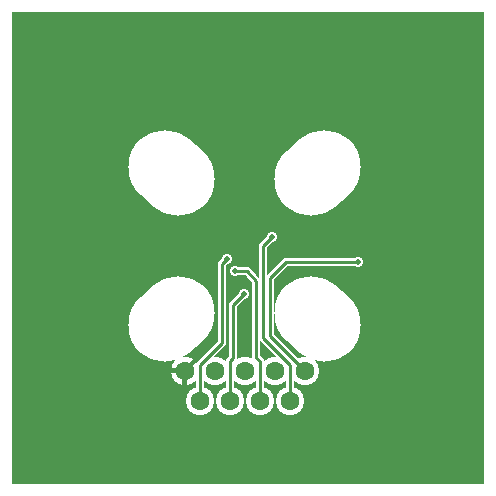
<source format=gbr>
%FSLAX34Y34*%
%MOMM*%
%LNCOPPER_BOTTOM*%
G71*
G01*
%ADD10C, 6.200*%
%ADD11C, 2.400*%
%ADD12C, 0.900*%
%ADD13C, 0.650*%
%ADD14C, 0.400*%
%ADD15C, 1.600*%
%ADD16C, 0.800*%
%ADD17C, 0.500*%
%ADD18C, 0.250*%
%LPD*%
G36*
X-197147Y198438D02*
X202853Y198438D01*
X202853Y-201562D01*
X-197147Y-201562D01*
X-197147Y198438D01*
G37*
%LPC*%
X-67175Y67176D02*
G54D10*
D03*
X67175Y-67175D02*
G54D10*
D03*
X56568Y56569D02*
G54D10*
D03*
X-56569Y-56568D02*
G54D10*
D03*
X67175Y67176D02*
G54D10*
D03*
X-67175Y-67175D02*
G54D10*
D03*
X56569Y-56569D02*
G54D10*
D03*
X-56568Y56568D02*
G54D10*
D03*
X-61872Y61872D02*
G54D10*
D03*
X61872Y-61871D02*
G54D10*
D03*
X61871Y61872D02*
G54D10*
D03*
X-61872Y-61871D02*
G54D10*
D03*
X-50800Y-105570D02*
G54D11*
D03*
X-25400Y-105569D02*
G54D11*
D03*
X0Y-105569D02*
G54D11*
D03*
X25400Y-105569D02*
G54D11*
D03*
X50800Y-105570D02*
G54D11*
D03*
X-38100Y-130969D02*
G54D11*
D03*
X-12700Y-130969D02*
G54D11*
D03*
X12700Y-130969D02*
G54D11*
D03*
X38100Y-130969D02*
G54D11*
D03*
X-15000Y-10863D02*
G54D12*
D03*
G54D13*
X-38100Y-130969D02*
X-38100Y-100509D01*
X-19347Y-81756D01*
X-19347Y-15210D01*
X-15000Y-10863D01*
X-8293Y-21351D02*
G54D12*
D03*
X-674Y-40402D02*
G54D12*
D03*
G54D13*
X-12700Y-130969D02*
X-12700Y-97334D01*
X-9822Y-94456D01*
X-9822Y-49550D01*
X-674Y-40402D01*
X22940Y7501D02*
G54D12*
D03*
G54D13*
X38100Y-130969D02*
X38100Y-100309D01*
X15578Y-77787D01*
X15578Y139D01*
X22940Y7501D01*
G54D13*
X50800Y-105570D02*
X21134Y-75904D01*
X21134Y-26987D01*
X34617Y-13505D01*
X96019Y-13505D01*
G54D13*
X12700Y-130969D02*
X12700Y-97334D01*
X9822Y-94456D01*
X9822Y-29168D01*
X2005Y-21351D01*
X-8293Y-21351D01*
X96019Y-13505D02*
G54D12*
D03*
%LPD*%
G54D14*
G36*
X-52214Y-104156D02*
X-43375Y-95317D01*
X-40547Y-98145D01*
X-49386Y-106984D01*
X-52214Y-104156D01*
G37*
G36*
X-48800Y-105570D02*
X-48800Y-118070D01*
X-52800Y-118070D01*
X-52800Y-105570D01*
X-48800Y-105570D01*
G37*
G36*
X-50800Y-107570D02*
X-63300Y-107570D01*
X-63300Y-103570D01*
X-50800Y-103570D01*
X-50800Y-107570D01*
G37*
X-50800Y-105570D02*
G54D15*
D03*
X-25400Y-105569D02*
G54D15*
D03*
X0Y-105569D02*
G54D15*
D03*
X25400Y-105569D02*
G54D15*
D03*
X50800Y-105570D02*
G54D15*
D03*
X-38100Y-130969D02*
G54D15*
D03*
X-12700Y-130969D02*
G54D15*
D03*
X12700Y-130969D02*
G54D15*
D03*
X38100Y-130969D02*
G54D15*
D03*
X0Y0D02*
G54D16*
D03*
X-15000Y-10863D02*
G54D17*
D03*
G54D18*
X-38100Y-130969D02*
X-38100Y-100509D01*
X-19347Y-81756D01*
X-19347Y-15210D01*
X-15000Y-10863D01*
X-8293Y-21351D02*
G54D17*
D03*
X-674Y-40402D02*
G54D17*
D03*
G54D18*
X-12700Y-130969D02*
X-12700Y-97334D01*
X-9822Y-94456D01*
X-9822Y-49550D01*
X-674Y-40402D01*
X22940Y7501D02*
G54D17*
D03*
G54D18*
X38100Y-130969D02*
X38100Y-100309D01*
X15578Y-77787D01*
X15578Y139D01*
X22940Y7501D01*
G54D18*
X50800Y-105570D02*
X21134Y-75904D01*
X21134Y-26987D01*
X34617Y-13505D01*
X96019Y-13505D01*
G54D18*
X12700Y-130969D02*
X12700Y-97334D01*
X9822Y-94456D01*
X9822Y-29168D01*
X2005Y-21351D01*
X-8293Y-21351D01*
X152500Y1D02*
G54D17*
D03*
X-152500Y1D02*
G54D17*
D03*
X0Y152501D02*
G54D17*
D03*
X0Y-152499D02*
G54D17*
D03*
X17383Y-90130D02*
G54D17*
D03*
X96019Y-13505D02*
G54D17*
D03*
X71413Y7501D02*
G54D17*
D03*
X2878Y-50800D02*
G54D17*
D03*
X2878Y-69850D02*
G54D17*
D03*
X-9822Y-28574D02*
G54D17*
D03*
X21928Y-15874D02*
G54D17*
D03*
X-54272Y0D02*
G54D17*
D03*
X-1884Y73026D02*
G54D17*
D03*
M02*

</source>
